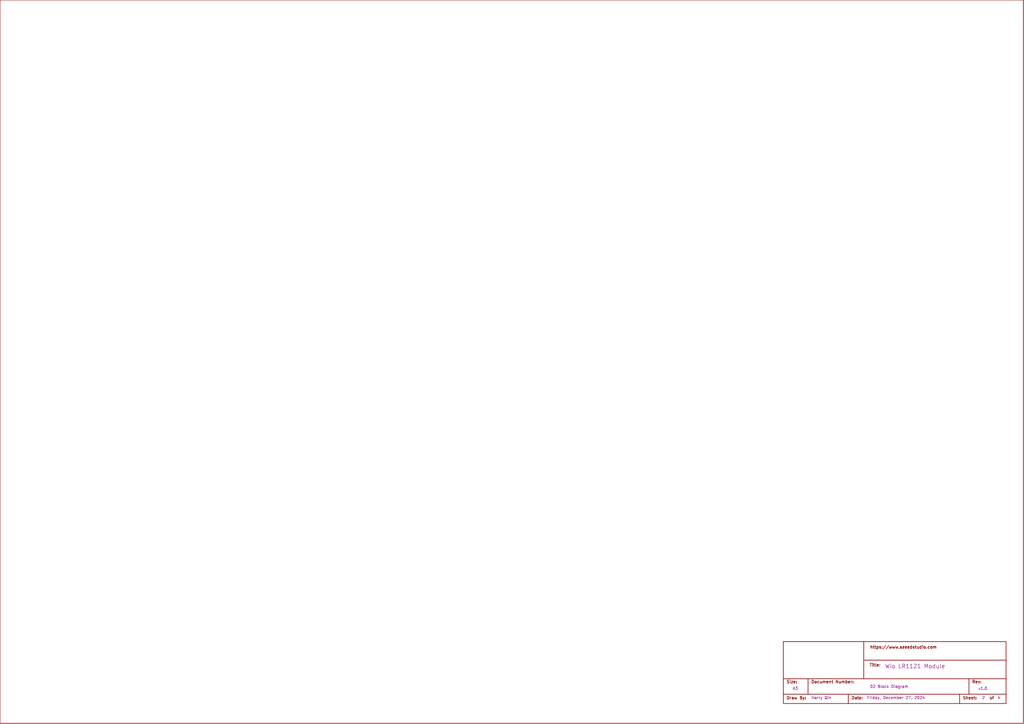
<source format=kicad_sch>
(kicad_sch
	(version 20250114)
	(generator "eeschema")
	(generator_version "9.0")
	(uuid "2a4cdd41-81aa-4e42-a169-ca80a438725d")
	(paper "User" 420.37 297.18)
	(lib_symbols
		(symbol "ProPrj_Wio-easyedapro:pageTemplate_A3_1654x1169"
			(exclude_from_sim no)
			(in_bom yes)
			(on_board yes)
			(property "Reference" ""
				(at 0 0 0)
				(effects
					(font
						(size 1.27 1.27)
					)
				)
			)
			(property "Value" ""
				(at 0 0 0)
				(effects
					(font
						(size 1.27 1.27)
					)
				)
			)
			(property "Footprint" "ProPrj_Wio-easyedapro:"
				(at 0 0 0)
				(effects
					(font
						(size 1.27 1.27)
					)
					(hide yes)
				)
			)
			(property "Datasheet" ""
				(at 0 0 0)
				(effects
					(font
						(size 1.27 1.27)
					)
					(hide yes)
				)
			)
			(property "Description" ""
				(at 0 0 0)
				(effects
					(font
						(size 1.27 1.27)
					)
					(hide yes)
				)
			)
			(symbol "pageTemplate_A3_1654x1169_1_0"
				(rectangle
					(start 0 0)
					(end 420.116 -296.926)
					(stroke
						(width 0.254)
						(type default)
					)
					(fill
						(type none)
					)
				)
				(rectangle
					(start 321.564 -263.398)
					(end 413.004 -288.798)
					(stroke
						(width 0.254)
						(type default)
					)
					(fill
						(type none)
					)
				)
				(polyline
					(pts
						(xy 321.564 -278.638) (xy 413.004 -278.638)
					)
					(stroke
						(width 0.254)
						(type default)
					)
					(fill
						(type none)
					)
				)
				(polyline
					(pts
						(xy 331.724 -278.638) (xy 331.724 -284.988)
					)
					(stroke
						(width 0.254)
						(type default)
					)
					(fill
						(type none)
					)
				)
				(polyline
					(pts
						(xy 348.234 -284.988) (xy 348.234 -288.798)
					)
					(stroke
						(width 0.254)
						(type default)
					)
					(fill
						(type none)
					)
				)
				(polyline
					(pts
						(xy 354.584 -271.018) (xy 413.004 -271.018)
					)
					(stroke
						(width 0.254)
						(type default)
					)
					(fill
						(type none)
					)
				)
				(polyline
					(pts
						(xy 354.584 -278.638) (xy 354.584 -263.398)
					)
					(stroke
						(width 0.254)
						(type default)
					)
					(fill
						(type none)
					)
				)
				(polyline
					(pts
						(xy 393.954 -284.988) (xy 393.954 -288.798)
					)
					(stroke
						(width 0.254)
						(type default)
					)
					(fill
						(type none)
					)
				)
				(polyline
					(pts
						(xy 397.764 -278.638) (xy 397.764 -284.988)
					)
					(stroke
						(width 0.254)
						(type default)
					)
					(fill
						(type none)
					)
				)
				(polyline
					(pts
						(xy 413.004 -284.988) (xy 321.564 -284.988)
					)
					(stroke
						(width 0.254)
						(type default)
					)
					(fill
						(type none)
					)
				)
				(text "Size:"
					(at 322.834 -279.146 0)
					(effects
						(font
							(size 1.2192 1.2192)
						)
						(justify left top)
					)
				)
				(text "Size:"
					(at 322.834 -279.146 0)
					(effects
						(font
							(size 1.2192 1.2192)
						)
						(justify left top)
					)
				)
				(text "Draw By:"
					(at 322.834 -285.75 0)
					(effects
						(font
							(size 1.2192 1.2192)
						)
						(justify left top)
					)
				)
				(text "Draw By:"
					(at 322.834 -285.75 0)
					(effects
						(font
							(size 1.2192 1.2192)
						)
						(justify left top)
					)
				)
				(text "Document Number:"
					(at 332.994 -279.146 0)
					(effects
						(font
							(size 1.2192 1.2192)
						)
						(justify left top)
					)
				)
				(text "Document Number:"
					(at 332.994 -279.146 0)
					(effects
						(font
							(size 1.2192 1.2192)
						)
						(justify left top)
					)
				)
				(text "Date:"
					(at 349.504 -285.75 0)
					(effects
						(font
							(size 1.2192 1.2192)
						)
						(justify left top)
					)
				)
				(text "Date:"
					(at 349.504 -285.75 0)
					(effects
						(font
							(size 1.2192 1.2192)
						)
						(justify left top)
					)
				)
				(text "Title:"
					(at 356.87 -272.288 0)
					(effects
						(font
							(size 1.2192 1.2192)
						)
						(justify left top)
					)
				)
				(text "Title:"
					(at 356.87 -272.288 0)
					(effects
						(font
							(size 1.2192 1.2192)
						)
						(justify left top)
					)
				)
				(text "https://www.seeedstudio.com"
					(at 357.124 -264.922 0)
					(effects
						(font
							(size 1.2192 1.2192)
						)
						(justify left top)
					)
				)
				(text "https://www.seeedstudio.com"
					(at 357.124 -264.922 0)
					(effects
						(font
							(size 1.2192 1.2192)
						)
						(justify left top)
					)
				)
				(text "Sheet:"
					(at 395.224 -285.75 0)
					(effects
						(font
							(size 1.2192 1.2192)
						)
						(justify left top)
					)
				)
				(text "Sheet:"
					(at 395.224 -285.75 0)
					(effects
						(font
							(size 1.2192 1.2192)
						)
						(justify left top)
					)
				)
				(text "Rev:"
					(at 399.034 -279.146 0)
					(effects
						(font
							(size 1.2192 1.2192)
						)
						(justify left top)
					)
				)
				(text "Rev:"
					(at 399.034 -279.146 0)
					(effects
						(font
							(size 1.2192 1.2192)
						)
						(justify left top)
					)
				)
				(text "of"
					(at 406.146 -285.75 0)
					(effects
						(font
							(size 1.2192 1.2192)
						)
						(justify left top)
					)
				)
				(text "of"
					(at 406.146 -285.75 0)
					(effects
						(font
							(size 1.2192 1.2192)
						)
						(justify left top)
					)
				)
			)
			(embedded_fonts no)
		)
	)
	(symbol
		(lib_id "ProPrj_Wio-easyedapro:pageTemplate_A3_1654x1169")
		(at 0 0 0)
		(unit 1)
		(exclude_from_sim no)
		(in_bom yes)
		(on_board yes)
		(dnp no)
		(uuid "1cfab38c-2c05-44a5-8f84-91d9fc9226cb")
		(property "Reference" "?"
			(at 0 0 0)
			(effects
				(font
					(size 1.27 1.27)
				)
			)
		)
		(property "Value" "pageTemplate_A3_1654x1169"
			(at 0 0 0)
			(effects
				(font
					(size 1.27 1.27)
				)
				(justify left bottom)
				(hide yes)
			)
		)
		(property "Footprint" "ProPrj_Wio-easyedapro:"
			(at 0 0 0)
			(effects
				(font
					(size 1.27 1.27)
				)
				(hide yes)
			)
		)
		(property "Datasheet" ""
			(at 0 0 0)
			(effects
				(font
					(size 1.27 1.27)
				)
				(hide yes)
			)
		)
		(property "Description" ""
			(at 0 0 0)
			(effects
				(font
					(size 1.27 1.27)
				)
				(hide yes)
			)
		)
		(property "Drawing" "Harry Qin"
			(at 332.994 285.75 0)
			(effects
				(font
					(size 1.143 1.143)
				)
				(justify left top)
			)
		)
		(property "Page Count" "4"
			(at 409.448 285.75 0)
			(effects
				(font
					(size 1.143 1.143)
				)
				(justify left top)
			)
		)
		(property "Page Modify Date" "Friday, December 27, 2024"
			(at 355.854 285.75 0)
			(effects
				(font
					(size 1.143 1.143)
				)
				(justify left top)
			)
		)
		(property "Page Name" "02 Block Diagram"
			(at 357.124 281.178 0)
			(effects
				(font
					(size 1.143 1.143)
				)
				(justify left top)
			)
		)
		(property "Page Number" "2"
			(at 403.098 285.75 0)
			(effects
				(font
					(size 1.143 1.143)
				)
				(justify left top)
			)
		)
		(property "Page Size" "A3"
			(at 325.374 281.94 0)
			(effects
				(font
					(size 1.143 1.143)
				)
				(justify left top)
			)
		)
		(property "RevCode" "v1.0"
			(at 401.574 281.94 0)
			(effects
				(font
					(size 1.143 1.143)
				)
				(justify left top)
			)
		)
		(property "Schematic Name" "Wio LR1121 Module"
			(at 363.22 272.542 0)
			(effects
				(font
					(size 1.651 1.651)
				)
				(justify left top)
			)
		)
		(instances
			(project ""
				(path "/aec1c255-9330-4c8b-9391-79ab531f92ea/8d85316e-8a7a-44ff-b1a9-f06a445a668f"
					(reference "?")
					(unit 1)
				)
			)
		)
	)
)

</source>
